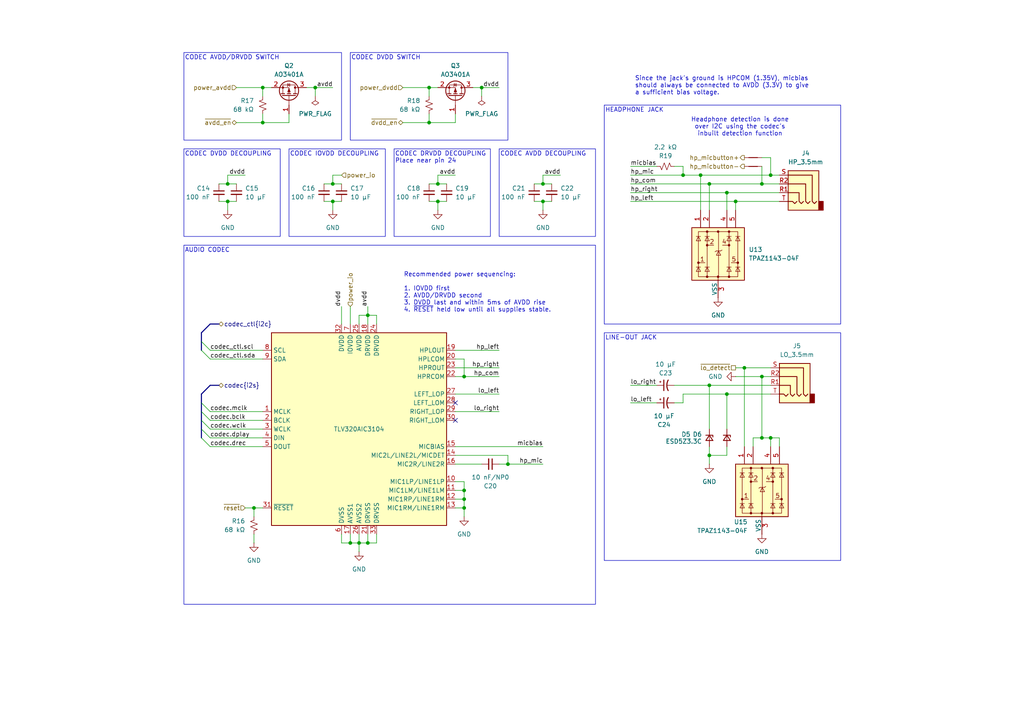
<source format=kicad_sch>
(kicad_sch (version 20250114) (generator "eeschema") (generator_version "9.0")
  (paper "A4")
  (title_block (title "Audio CODEC & 3.5mm jacks") (date "2024-11-14") (rev "Rev2") (comment 1 "Author: Aidan MacDonald"))
  (lib_symbols
    (symbol "Connector_Audio:AudioJack4"
      (property "Reference" "J" (at 0 8.89 0))
      (property "Value" "AudioJack4" (at 0 6.35 0))
      (symbol "AudioJack4_0_1"
        (rectangle (start -6.35 -5.08) (end -7.62 -7.62) (stroke (width 0.254)) (fill (type outline)))
        (polyline (pts (xy -5.715 -5.08) (xy -5.08 -5.715) (xy -4.445 -5.08) (xy -4.445 2.54) (xy 2.54 2.54)) (stroke (width 0.254)))
        (polyline (pts (xy -1.905 -5.08) (xy -1.27 -5.715) (xy -0.635 -5.08) (xy -0.635 -2.54) (xy 2.54 -2.54)) (stroke (width 0.254)))
        (polyline (pts (xy 0 -5.08) (xy 0.635 -5.715) (xy 1.27 -5.08) (xy 2.54 -5.08)) (stroke (width 0.254)))
        (rectangle (start 2.54 3.81) (end -6.35 -7.62) (stroke (width 0.254)) (fill (type background)))
        (polyline (pts (xy 2.54 0) (xy -2.54 0) (xy -2.54 -5.08) (xy -3.175 -5.715) (xy -3.81 -5.08)) (stroke (width 0.254)))
      )
      (symbol "AudioJack4_1_1"
        (pin passive line (at 5.08 2.54 180) (length 2.54) (name "~") (number "S"))
        (pin passive line (at 5.08 0 180) (length 2.54) (name "~") (number "R2"))
        (pin passive line (at 5.08 -2.54 180) (length 2.54) (name "~") (number "R1"))
        (pin passive line (at 5.08 -5.08 180) (length 2.54) (name "~") (number "T"))
      )
    )
    (symbol "Device:C_Polarized_Small_US" (pin_numbers (hide yes)) (pin_names (offset 0.254) (hide yes))
      (property "Reference" "C" (at 0.254 1.778 0))
      (property "Value" "C_Polarized_Small_US" (at 0.254 -2.032 0))
      (symbol "C_Polarized_Small_US_0_1"
        (polyline (pts (xy -1.524 0.508) (xy 1.524 0.508)) (stroke (width 0.3048)))
        (polyline (pts (xy -1.27 1.524) (xy -0.762 1.524)))
        (polyline (pts (xy -1.016 1.27) (xy -1.016 1.778)))
        (arc (start -1.524 -0.762) (mid 0 -0.3734) (end 1.524 -0.762) (stroke (width 0.3048)))
      )
      (symbol "C_Polarized_Small_US_1_1"
        (pin passive line (at 0 2.54 270) (length 2.032) (name "~") (number "1"))
        (pin passive line (at 0 -2.54 90) (length 2.032) (name "~") (number "2"))
      )
    )
    (symbol "Device:C_Small" (pin_numbers (hide yes)) (pin_names (offset 0.254) (hide yes))
      (property "Reference" "C" (at 0.254 1.778 0))
      (property "Value" "C_Small" (at 0.254 -2.032 0))
      (symbol "C_Small_0_1"
        (polyline (pts (xy -1.524 0.508) (xy 1.524 0.508)) (stroke (width 0.3048)))
        (polyline (pts (xy -1.524 -0.508) (xy 1.524 -0.508)) (stroke (width 0.3302)))
      )
      (symbol "C_Small_1_1"
        (pin passive line (at 0 2.54 270) (length 2.032) (name "~") (number "1"))
        (pin passive line (at 0 -2.54 90) (length 2.032) (name "~") (number "2"))
      )
    )
    (symbol "Device:D_Zener_Small" (pin_numbers (hide yes)) (pin_names (offset 0.254) (hide yes))
      (property "Reference" "D" (at 0 2.286 0))
      (property "Value" "D_Zener_Small" (at 0 -2.286 0))
      (symbol "D_Zener_Small_0_1"
        (polyline (pts (xy -0.254 1.016) (xy -0.762 1.016) (xy -0.762 -1.016)) (stroke (width 0.254)))
        (polyline (pts (xy 0.762 1.016) (xy -0.762 0) (xy 0.762 -1.016) (xy 0.762 1.016)) (stroke (width 0.254)))
        (polyline (pts (xy 0.762 0) (xy -0.762 0)))
      )
      (symbol "D_Zener_Small_1_1"
        (pin passive line (at -2.54 0 0) (length 1.778) (name "K") (number "1"))
        (pin passive line (at 2.54 0 180) (length 1.778) (name "A") (number "2"))
      )
    )
    (symbol "Device:NetTie_2" (pin_numbers (hide yes)) (pin_names (offset 0) (hide yes)) (in_bom no)
      (property "Reference" "NT" (at 0 1.27 0))
      (property "Value" "NetTie_2" (at 0 -1.27 0))
      (symbol "NetTie_2_0_1"
        (polyline (pts (xy -1.27 0) (xy 1.27 0)) (stroke (width 0.254)))
      )
      (symbol "NetTie_2_1_1"
        (pin passive line (at -2.54 0 0) (length 2.54) (name "1") (number "1"))
        (pin passive line (at 2.54 0 180) (length 2.54) (name "2") (number "2"))
      )
    )
    (symbol "Device:Q_PMOS_GSD" (pin_names (offset 0) (hide yes))
      (property "Reference" "Q" (at 5.08 1.27 0))
      (property "Value" "Q_PMOS_GSD" (at 5.08 -1.27 0))
      (symbol "Q_PMOS_GSD_0_1"
        (polyline (pts (xy 0.254 1.905) (xy 0.254 -1.905)) (stroke (width 0.254)))
        (polyline (pts (xy 0.254 0) (xy -2.54 0)))
        (polyline (pts (xy 0.762 2.286) (xy 0.762 1.27)) (stroke (width 0.254)))
        (polyline (pts (xy 0.762 1.778) (xy 3.302 1.778) (xy 3.302 -1.778) (xy 0.762 -1.778)))
        (polyline (pts (xy 0.762 0.508) (xy 0.762 -0.508)) (stroke (width 0.254)))
        (polyline (pts (xy 0.762 -1.27) (xy 0.762 -2.286)) (stroke (width 0.254)))
        (circle (center 1.651 0) (radius 2.794) (stroke (width 0.254)))
        (polyline (pts (xy 2.286 0) (xy 1.27 0.381) (xy 1.27 -0.381) (xy 2.286 0)) (fill (type outline)))
        (polyline (pts (xy 2.54 2.54) (xy 2.54 1.778)))
        (circle (center 2.54 1.778) (radius 0.254) (fill (type outline)))
        (circle (center 2.54 -1.778) (radius 0.254) (fill (type outline)))
        (polyline (pts (xy 2.54 -2.54) (xy 2.54 0) (xy 0.762 0)))
        (polyline (pts (xy 2.794 -0.508) (xy 2.921 -0.381) (xy 3.683 -0.381) (xy 3.81 -0.254)))
        (polyline (pts (xy 3.302 -0.381) (xy 2.921 0.254) (xy 3.683 0.254) (xy 3.302 -0.381)))
      )
      (symbol "Q_PMOS_GSD_1_1"
        (pin input line (at -5.08 0 0) (length 2.54) (name "G") (number "1"))
        (pin passive line (at 2.54 5.08 270) (length 2.54) (name "D") (number "3"))
        (pin passive line (at 2.54 -5.08 90) (length 2.54) (name "S") (number "2"))
      )
    )
    (symbol "Device:R_Small_US" (pin_numbers (hide yes)) (pin_names (offset 0.254) (hide yes))
      (property "Reference" "R" (at 0.762 0.508 0))
      (property "Value" "R_Small_US" (at 0.762 -1.016 0))
      (symbol "R_Small_US_1_1"
        (polyline (pts (xy 0 1.524) (xy 1.016 1.143) (xy 0 0.762) (xy -1.016 0.381) (xy 0 0)))
        (polyline (pts (xy 0 0) (xy 1.016 -0.381) (xy 0 -0.762) (xy -1.016 -1.143) (xy 0 -1.524)))
        (pin passive line (at 0 2.54 270) (length 1.016) (name "~") (number "1"))
        (pin passive line (at 0 -2.54 90) (length 1.016) (name "~") (number "2"))
      )
    )
    (symbol "echoplayer:TLV320AIC3104"
      (property "Value" "TLV320AIC3104" (at -7.366 0 0))
      (symbol "TLV320AIC3104_0_1"
        (rectangle (start -25.4 27.94) (end 25.4 -27.94) (stroke (width 0.254)) (fill (type background)))
      )
      (symbol "TLV320AIC3104_1_1"
        (pin bidirectional line (at -27.94 22.86 0) (length 2.54) (name "SCL") (number "8"))
        (pin bidirectional line (at -27.94 20.32 0) (length 2.54) (name "SDA") (number "9"))
        (pin input line (at -27.94 5.08 0) (length 2.54) (name "MCLK") (number "1"))
        (pin bidirectional line (at -27.94 2.54 0) (length 2.54) (name "BCLK") (number "2"))
        (pin bidirectional line (at -27.94 0 0) (length 2.54) (name "WCLK") (number "3"))
        (pin input line (at -27.94 -2.54 0) (length 2.54) (name "DIN") (number "4"))
        (pin output line (at -27.94 -5.08 0) (length 2.54) (name "DOUT") (number "5"))
        (pin input line (at -27.94 -22.86 0) (length 2.54) (name "~{RESET}") (number "31"))
        (pin power_in line (at -5.08 30.48 270) (length 2.54) (name "DVDD") (number "32"))
        (pin power_in line (at -5.08 -30.48 90) (length 2.54) (name "DVSS") (number "6"))
        (pin power_in line (at -2.54 30.48 270) (length 2.54) (name "IOVDD") (number "7"))
        (pin power_in line (at -2.54 -30.48 90) (length 2.54) (name "AVSS1") (number "17"))
        (pin power_in line (at 0 30.48 270) (length 2.54) (name "AVDD") (number "25"))
        (pin power_in line (at 0 -30.48 90) (length 2.54) (name "AVSS2") (number "26"))
        (pin power_in line (at 2.54 30.48 270) (length 2.54) (name "DRVDD") (number "18"))
        (pin power_in line (at 2.54 -30.48 90) (length 2.54) (name "DRVSS") (number "21"))
        (pin power_in line (at 5.08 30.48 270) (length 2.54) (name "DRVDD") (number "24"))
        (pin power_in line (at 5.08 -30.48 90) (length 2.54) (name "DRVSS") (number "33"))
        (pin output line (at 27.94 22.86 180) (length 2.54) (name "HPLOUT") (number "19"))
        (pin bidirectional line (at 27.94 20.32 180) (length 2.54) (name "HPLCOM") (number "20"))
        (pin output line (at 27.94 17.78 180) (length 2.54) (name "HPROUT") (number "23"))
        (pin output line (at 27.94 15.24 180) (length 2.54) (name "HPRCOM") (number "22"))
        (pin output line (at 27.94 10.16 180) (length 2.54) (name "LEFT_LOP") (number "27"))
        (pin output line (at 27.94 7.62 180) (length 2.54) (name "LEFT_LOM") (number "28"))
        (pin output line (at 27.94 5.08 180) (length 2.54) (name "RIGHT_LOP") (number "29"))
        (pin output line (at 27.94 2.54 180) (length 2.54) (name "RIGHT_LOM") (number "30"))
        (pin power_out line (at 27.94 -5.08 180) (length 2.54) (name "MICBIAS") (number "15"))
        (pin input line (at 27.94 -7.62 180) (length 2.54) (name "MIC2L/LINE2L/MICDET") (number "14"))
        (pin input line (at 27.94 -10.16 180) (length 2.54) (name "MIC2R/LINE2R") (number "16"))
        (pin input line (at 27.94 -15.24 180) (length 2.54) (name "MIC1LP/LINE1LP") (number "10"))
        (pin input line (at 27.94 -17.78 180) (length 2.54) (name "MIC1LM/LINE1LM") (number "11"))
        (pin input line (at 27.94 -20.32 180) (length 2.54) (name "MIC1RP/LINE1RM") (number "12"))
        (pin input line (at 27.94 -22.86 180) (length 2.54) (name "MIC1RM/LINE1RM") (number "13"))
      )
    )
    (symbol "echoplayer:TPAZ1143-04F" (pin_names (offset 0))
      (property "Reference" "U" (at -0.635 8.89 0))
      (property "Value" "TPAZ1143-04F" (at 8.89 -10.16 0))
      (symbol "TPAZ1143-04F_0_0"
        (rectangle (start -5.715 6.477) (end 5.715 -6.604))
        (polyline (pts (xy -3.175 -6.604) (xy -3.175 6.477)))
        (polyline (pts (xy 0.127 6.477) (xy 0.127 -6.604)))
        (polyline (pts (xy 3.175 6.477) (xy 3.175 -6.604)))
      )
      (symbol "TPAZ1143-04F_0_1"
        (rectangle (start -7.62 7.62) (end 7.62 -7.62) (stroke (width 0.254)) (fill (type background)))
        (circle (center -5.715 -2.54) (radius 0.2794) (fill (type outline)))
        (polyline (pts (xy -5.715 -2.54) (xy -3.81 -2.54)))
        (polyline (pts (xy -5.08 5.08) (xy -6.35 5.08)))
        (polyline (pts (xy -5.08 3.81) (xy -6.35 3.81) (xy -5.715 5.08) (xy -5.08 3.81)))
        (polyline (pts (xy -5.08 -3.81) (xy -6.35 -3.81)))
        (polyline (pts (xy -5.08 -5.08) (xy -6.35 -5.08) (xy -5.715 -3.81) (xy -5.08 -5.08)))
        (circle (center -3.175 6.477) (radius 0.2794) (fill (type outline)))
        (circle (center -3.175 2.54) (radius 0.2794) (fill (type outline)))
        (polyline (pts (xy -3.175 2.54) (xy -1.27 2.54)))
        (circle (center -3.175 -6.604) (radius 0.2794) (fill (type outline)))
        (polyline (pts (xy -2.54 5.08) (xy -3.81 5.08)))
        (polyline (pts (xy -2.54 3.81) (xy -3.81 3.81) (xy -3.175 5.08) (xy -2.54 3.81)))
        (polyline (pts (xy -2.54 -3.81) (xy -3.81 -3.81)))
        (polyline (pts (xy -2.54 -5.08) (xy -3.81 -5.08) (xy -3.175 -3.81) (xy -2.54 -5.08)))
        (polyline (pts (xy -0.508 0.889) (xy -0.889 0.635)))
        (circle (center 0 6.477) (radius 0.2794) (fill (type outline)))
        (polyline (pts (xy 0 -6.604) (xy 0 -7.62)))
        (circle (center 0 -6.604) (radius 0.2794) (fill (type outline)))
        (polyline (pts (xy 0.762 0.889) (xy -0.508 0.889)))
        (polyline (pts (xy 0.762 0.889) (xy 1.143 1.143)))
        (polyline (pts (xy 0.762 -0.381) (xy -0.508 -0.381) (xy 0.127 0.889) (xy 0.762 -0.381)))
        (circle (center 3.175 6.477) (radius 0.2794) (fill (type outline)))
        (polyline (pts (xy 3.175 2.54) (xy 1.27 2.54)))
        (circle (center 3.175 2.54) (radius 0.2794) (fill (type outline)))
        (circle (center 3.175 -6.604) (radius 0.2794) (fill (type outline)))
        (polyline (pts (xy 3.81 5.08) (xy 2.54 5.08)))
        (polyline (pts (xy 3.81 3.81) (xy 2.54 3.81) (xy 3.175 5.08) (xy 3.81 3.81)))
        (polyline (pts (xy 3.81 -3.81) (xy 2.54 -3.81)))
        (polyline (pts (xy 3.81 -5.08) (xy 2.54 -5.08) (xy 3.175 -3.81) (xy 3.81 -5.08)))
        (polyline (pts (xy 5.715 -2.54) (xy 3.81 -2.54)))
        (circle (center 5.715 -2.54) (radius 0.2794) (fill (type outline)))
        (polyline (pts (xy 6.35 5.08) (xy 5.08 5.08)))
        (polyline (pts (xy 6.35 3.81) (xy 5.08 3.81) (xy 5.715 5.08) (xy 6.35 3.81)))
        (polyline (pts (xy 6.35 -3.81) (xy 5.08 -3.81)))
        (polyline (pts (xy 6.35 -5.08) (xy 5.08 -5.08) (xy 5.715 -3.81) (xy 6.35 -5.08)))
      )
      (symbol "TPAZ1143-04F_1_1"
        (text "1" (at -4.572 -1.524 0) (effects (font (size 1.27 1.27))))
        (text "2" (at -1.778 3.556 0) (effects (font (size 1.27 1.27))))
        (text "4" (at 1.778 3.556 0) (effects (font (size 1.27 1.27))))
        (text "5" (at 4.572 -1.524 0) (effects (font (size 1.27 1.27))))
        (pin passive line (at -5.08 12.7 270) (length 5.08) (name "~") (number "1"))
        (pin passive line (at -2.54 12.7 270) (length 5.08) (name "~") (number "2"))
        (pin free line (at 0 -12.7 90) (length 5.08) (hide yes) (name "NC") (number "10"))
        (pin power_in line (at 0 -12.7 90) (length 5.08) (name "VSS") (number "3"))
        (pin free line (at 0 -12.7 90) (length 5.08) (hide yes) (name "NC") (number "6"))
        (pin free line (at 0 -12.7 90) (length 5.08) (hide yes) (name "NC") (number "7"))
        (pin passive line (at 0 -12.7 90) (length 5.08) (hide yes) (name "VSS") (number "8"))
        (pin free line (at 0 -12.7 90) (length 5.08) (hide yes) (name "NC") (number "9"))
        (pin passive line (at 2.54 12.7 270) (length 5.08) (name "~") (number "4"))
        (pin passive line (at 5.08 12.7 270) (length 5.08) (name "~") (number "5"))
      )
    )
    (symbol "power:GND" (power) (pin_numbers (hide yes)) (pin_names (offset 0) (hide yes))
      (property "Value" "GND" (at 0 -3.81 0))
      (symbol "GND_0_1"
        (polyline (pts (xy 0 0) (xy 0 -1.27) (xy 1.27 -1.27) (xy 0 -2.54) (xy -1.27 -1.27) (xy 0 -1.27)))
      )
      (symbol "GND_1_1"
        (pin power_in line (at 0 0 270) (length 0) (name "~") (number "1"))
      )
    )
    (symbol "power:PWR_FLAG" (power) (pin_numbers (hide yes)) (pin_names (offset 0) (hide yes))
      (property "Value" "PWR_FLAG" (at 0 3.81 0))
      (symbol "PWR_FLAG_0_0"
        (pin power_out line (at 0 0 90) (length 0) (name "~") (number "1"))
      )
      (symbol "PWR_FLAG_0_1"
        (polyline (pts (xy 0 0) (xy 0 1.27) (xy -1.016 1.905) (xy 0 2.54) (xy 1.016 1.905) (xy 0 1.27)))
      )
    )
  )
  (rectangle (start 175.26 30.48) (end 243.84 93.98))
  (rectangle (start 101.6 15.24) (end 147.32 40.64))
  (rectangle (start 175.26 96.52) (end 243.84 162.56))
  (rectangle (start 53.34 71.12) (end 172.72 175.26))
  (rectangle (start 114.3 43.18) (end 142.24 68.58))
  (rectangle (start 144.78 43.18) (end 172.72 68.58))
  (rectangle (start 83.82 43.18) (end 111.76 68.58))
  (rectangle (start 53.34 15.24) (end 99.06 40.64))
  (rectangle (start 53.34 43.18) (end 81.28 68.58))
  (text "HEADPHONE JACK" (at 175.514 31.242 0) (effects (font (size 1.27 1.27)) (justify left top)))
  (text "CODEC AVDD DECOUPLING" (at 145.034 43.942 0) (effects (font (size 1.27 1.27)) (justify left top)))
  (text "CODEC AVDD/DRVDD SWITCH" (at 53.594 16.764 0) (effects (font (size 1.27 1.27)) (justify left)))
  (text "CODEC DRVDD DECOUPLING\nPlace near pin 24" (at 114.554 43.942 0) (effects (font (size 1.27 1.27)) (justify left top)))
  (text "Headphone detection is done\nover I2C using the codec's\ninbuilt detection function" (at 214.63 36.83 0) (effects (font (size 1.27 1.27))))
  (text "CODEC DVDD DECOUPLING" (at 53.594 43.942 0) (effects (font (size 1.27 1.27)) (justify left top)))
  (text "LINE-OUT JACK" (at 175.514 97.282 0) (effects (font (size 1.27 1.27)) (justify left top)))
  (text "CODEC IOVDD DECOUPLING" (at 84.074 43.942 0) (effects (font (size 1.27 1.27)) (justify left top)))
  (text "Since the jack's ground is HPCOM (1.35V), micbias\nshould always be connected to AVDD (3.3V) to give\na sufficient bias voltage." (at 184.15 24.892 0) (effects (font (size 1.27 1.27)) (justify left)))
  (text "AUDIO CODEC" (at 53.594 71.882 0) (effects (font (size 1.27 1.27)) (justify left top)))
  (text "Recommended power sequencing:\n\n1. IOVDD first\n2. AVDD/DRVDD second\n3. DVDD last and within 5ms of AVDD rise\n4. ~{RESET} held low until all supplies stable." (at 117.094 84.836 0) (effects (font (size 1.27 1.27)) (justify left)))
  (text "CODEC DVDD SWITCH" (at 101.854 16.764 0) (effects (font (size 1.27 1.27)) (justify left)))
  (junction (at 157.48 58.42))
  (junction (at 139.7 25.4))
  (junction (at 147.32 134.62))
  (junction (at 210.82 114.3))
  (junction (at 205.74 111.76))
  (junction (at 203.2 50.8))
  (junction (at 76.2 35.56))
  (junction (at 96.52 53.34))
  (junction (at 220.98 127))
  (junction (at 104.14 157.48))
  (junction (at 215.9 106.68))
  (junction (at 66.04 58.42))
  (junction (at 106.68 91.44))
  (junction (at 73.66 147.32))
  (junction (at 134.62 147.32))
  (junction (at 210.82 55.88))
  (junction (at 96.52 58.42))
  (junction (at 223.52 50.8))
  (junction (at 66.04 53.34))
  (junction (at 205.74 132.08))
  (junction (at 124.46 25.4))
  (junction (at 127 53.34))
  (junction (at 76.2 25.4))
  (junction (at 127 58.42))
  (junction (at 134.62 142.24))
  (junction (at 106.68 157.48))
  (junction (at 157.48 53.34))
  (junction (at 213.36 58.42))
  (junction (at 220.98 53.34))
  (junction (at 101.6 157.48))
  (junction (at 220.98 109.22))
  (junction (at 223.52 127))
  (junction (at 91.44 25.4))
  (junction (at 134.62 144.78))
  (junction (at 198.12 50.8))
  (junction (at 124.46 35.56))
  (junction (at 205.74 53.34))
  (junction (at 134.62 109.22))
  (no_connect (at 132.08 116.84))
  (no_connect (at 132.08 121.92))
  (bus_entry (at 58.42 116.84) (size 2.54 2.54))
  (bus_entry (at 58.42 101.6) (size 2.54 2.54))
  (bus_entry (at 58.42 119.38) (size 2.54 2.54))
  (bus_entry (at 58.42 124.46) (size 2.54 2.54))
  (bus_entry (at 58.42 99.06) (size 2.54 2.54))
  (bus_entry (at 58.42 127) (size 2.54 2.54))
  (bus_entry (at 58.42 121.92) (size 2.54 2.54))
  (wire (pts (xy 106.68 154.94) (xy 106.68 157.48)))
  (wire (pts (xy 104.14 91.44) (xy 106.68 91.44)))
  (wire (pts (xy 134.62 149.86) (xy 134.62 147.32)))
  (wire (pts (xy 210.82 55.88) (xy 210.82 60.96)))
  (wire (pts (xy 157.48 58.42) (xy 160.02 58.42)))
  (wire (pts (xy 96.52 50.8) (xy 96.52 53.34)))
  (wire (pts (xy 213.36 106.68) (xy 215.9 106.68)))
  (wire (pts (xy 195.58 116.84) (xy 198.12 116.84)))
  (wire (pts (xy 134.62 144.78) (xy 134.62 147.32)))
  (wire (pts (xy 66.04 60.96) (xy 66.04 58.42)))
  (wire (pts (xy 220.98 109.22) (xy 223.52 109.22)))
  (bus (pts (xy 58.42 116.84) (xy 58.42 119.38)))
  (wire (pts (xy 134.62 104.14) (xy 134.62 109.22)))
  (wire (pts (xy 205.74 111.76) (xy 223.52 111.76)))
  (wire (pts (xy 73.66 147.32) (xy 76.2 147.32)))
  (wire (pts (xy 147.32 134.62) (xy 157.48 134.62)))
  (wire (pts (xy 132.08 129.54) (xy 157.48 129.54)))
  (wire (pts (xy 220.98 109.22) (xy 220.98 127)))
  (wire (pts (xy 223.52 45.72) (xy 223.52 50.8)))
  (bus (pts (xy 58.42 124.46) (xy 58.42 127)))
  (wire (pts (xy 99.06 154.94) (xy 99.06 157.48)))
  (wire (pts (xy 132.08 142.24) (xy 134.62 142.24)))
  (wire (pts (xy 218.44 127) (xy 220.98 127)))
  (wire (pts (xy 71.12 147.32) (xy 73.66 147.32)))
  (wire (pts (xy 213.36 58.42) (xy 213.36 60.96)))
  (wire (pts (xy 223.52 129.54) (xy 223.52 127)))
  (wire (pts (xy 134.62 109.22) (xy 144.78 109.22)))
  (wire (pts (xy 60.96 101.6) (xy 76.2 101.6)))
  (wire (pts (xy 226.06 127) (xy 223.52 127)))
  (wire (pts (xy 76.2 35.56) (xy 68.58 35.56)))
  (wire (pts (xy 127 50.8) (xy 127 53.34)))
  (wire (pts (xy 83.82 33.02) (xy 83.82 35.56)))
  (wire (pts (xy 106.68 88.9) (xy 106.68 91.44)))
  (wire (pts (xy 106.68 91.44) (xy 106.68 93.98)))
  (wire (pts (xy 220.98 53.34) (xy 226.06 53.34)))
  (wire (pts (xy 210.82 114.3) (xy 223.52 114.3)))
  (wire (pts (xy 213.36 109.22) (xy 220.98 109.22)))
  (wire (pts (xy 205.74 53.34) (xy 205.74 60.96)))
  (wire (pts (xy 104.14 154.94) (xy 104.14 157.48)))
  (wire (pts (xy 66.04 53.34) (xy 68.58 53.34)))
  (wire (pts (xy 182.88 55.88) (xy 210.82 55.88)))
  (wire (pts (xy 182.88 58.42) (xy 213.36 58.42)))
  (wire (pts (xy 106.68 91.44) (xy 109.22 91.44)))
  (bus (pts (xy 58.42 99.06) (xy 58.42 101.6)))
  (wire (pts (xy 93.98 58.42) (xy 96.52 58.42)))
  (wire (pts (xy 215.9 106.68) (xy 223.52 106.68)))
  (wire (pts (xy 99.06 88.9) (xy 99.06 93.98)))
  (wire (pts (xy 220.98 48.26) (xy 220.98 53.34)))
  (wire (pts (xy 109.22 157.48) (xy 106.68 157.48)))
  (wire (pts (xy 210.82 132.08) (xy 205.74 132.08)))
  (bus (pts (xy 60.96 93.98) (xy 63.5 93.98)))
  (wire (pts (xy 104.14 157.48) (xy 104.14 160.02)))
  (wire (pts (xy 91.44 25.4) (xy 96.52 25.4)))
  (wire (pts (xy 96.52 58.42) (xy 99.06 58.42)))
  (wire (pts (xy 198.12 50.8) (xy 203.2 50.8)))
  (wire (pts (xy 182.88 53.34) (xy 205.74 53.34)))
  (wire (pts (xy 91.44 25.4) (xy 91.44 27.94)))
  (wire (pts (xy 205.74 111.76) (xy 205.74 124.46)))
  (wire (pts (xy 215.9 106.68) (xy 215.9 129.54)))
  (wire (pts (xy 144.78 134.62) (xy 147.32 134.62)))
  (bus (pts (xy 58.42 114.3) (xy 58.42 116.84)))
  (wire (pts (xy 109.22 91.44) (xy 109.22 93.98)))
  (wire (pts (xy 132.08 109.22) (xy 134.62 109.22)))
  (wire (pts (xy 154.94 58.42) (xy 157.48 58.42)))
  (wire (pts (xy 132.08 119.38) (xy 144.78 119.38)))
  (wire (pts (xy 76.2 33.02) (xy 76.2 35.56)))
  (wire (pts (xy 132.08 114.3) (xy 144.78 114.3)))
  (wire (pts (xy 137.16 25.4) (xy 139.7 25.4)))
  (wire (pts (xy 124.46 35.56) (xy 116.84 35.56)))
  (wire (pts (xy 198.12 116.84) (xy 198.12 114.3)))
  (wire (pts (xy 66.04 50.8) (xy 71.12 50.8)))
  (wire (pts (xy 132.08 144.78) (xy 134.62 144.78)))
  (wire (pts (xy 139.7 25.4) (xy 144.78 25.4)))
  (bus (pts (xy 58.42 119.38) (xy 58.42 121.92)))
  (wire (pts (xy 63.5 53.34) (xy 66.04 53.34)))
  (wire (pts (xy 147.32 132.08) (xy 147.32 134.62)))
  (wire (pts (xy 226.06 129.54) (xy 226.06 127)))
  (wire (pts (xy 73.66 154.94) (xy 73.66 157.48)))
  (wire (pts (xy 101.6 154.94) (xy 101.6 157.48)))
  (bus (pts (xy 58.42 96.52) (xy 60.96 93.98)))
  (wire (pts (xy 132.08 139.7) (xy 134.62 139.7)))
  (wire (pts (xy 104.14 93.98) (xy 104.14 91.44)))
  (wire (pts (xy 154.94 53.34) (xy 157.48 53.34)))
  (wire (pts (xy 220.98 45.72) (xy 223.52 45.72)))
  (wire (pts (xy 195.58 48.26) (xy 198.12 48.26)))
  (wire (pts (xy 68.58 25.4) (xy 76.2 25.4)))
  (wire (pts (xy 213.36 58.42) (xy 226.06 58.42)))
  (wire (pts (xy 205.74 129.54) (xy 205.74 132.08)))
  (wire (pts (xy 127 60.96) (xy 127 58.42)))
  (wire (pts (xy 198.12 114.3) (xy 210.82 114.3)))
  (wire (pts (xy 93.98 53.34) (xy 96.52 53.34)))
  (wire (pts (xy 76.2 25.4) (xy 76.2 27.94)))
  (wire (pts (xy 60.96 124.46) (xy 76.2 124.46)))
  (wire (pts (xy 203.2 50.8) (xy 223.52 50.8)))
  (wire (pts (xy 132.08 35.56) (xy 124.46 35.56)))
  (wire (pts (xy 116.84 25.4) (xy 124.46 25.4)))
  (wire (pts (xy 88.9 25.4) (xy 91.44 25.4)))
  (wire (pts (xy 127 50.8) (xy 132.08 50.8)))
  (wire (pts (xy 132.08 134.62) (xy 139.7 134.62)))
  (wire (pts (xy 106.68 157.48) (xy 104.14 157.48)))
  (wire (pts (xy 210.82 129.54) (xy 210.82 132.08)))
  (wire (pts (xy 96.52 53.34) (xy 99.06 53.34)))
  (wire (pts (xy 60.96 104.14) (xy 76.2 104.14)))
  (wire (pts (xy 60.96 127) (xy 76.2 127)))
  (wire (pts (xy 60.96 129.54) (xy 76.2 129.54)))
  (wire (pts (xy 101.6 88.9) (xy 101.6 93.98)))
  (wire (pts (xy 210.82 114.3) (xy 210.82 124.46)))
  (wire (pts (xy 157.48 50.8) (xy 162.56 50.8)))
  (wire (pts (xy 190.5 48.26) (xy 182.88 48.26)))
  (wire (pts (xy 132.08 33.02) (xy 132.08 35.56)))
  (wire (pts (xy 60.96 119.38) (xy 76.2 119.38)))
  (wire (pts (xy 109.22 154.94) (xy 109.22 157.48)))
  (wire (pts (xy 134.62 139.7) (xy 134.62 142.24)))
  (wire (pts (xy 63.5 58.42) (xy 66.04 58.42)))
  (wire (pts (xy 76.2 25.4) (xy 78.74 25.4)))
  (wire (pts (xy 101.6 157.48) (xy 104.14 157.48)))
  (wire (pts (xy 96.52 50.8) (xy 99.06 50.8)))
  (wire (pts (xy 124.46 33.02) (xy 124.46 35.56)))
  (wire (pts (xy 139.7 25.4) (xy 139.7 27.94)))
  (wire (pts (xy 182.88 111.76) (xy 190.5 111.76)))
  (wire (pts (xy 198.12 48.26) (xy 198.12 50.8)))
  (bus (pts (xy 58.42 121.92) (xy 58.42 124.46)))
  (wire (pts (xy 157.48 53.34) (xy 160.02 53.34)))
  (wire (pts (xy 210.82 55.88) (xy 226.06 55.88)))
  (wire (pts (xy 124.46 25.4) (xy 124.46 27.94)))
  (wire (pts (xy 132.08 104.14) (xy 134.62 104.14)))
  (wire (pts (xy 134.62 147.32) (xy 132.08 147.32)))
  (wire (pts (xy 205.74 132.08) (xy 205.74 134.62)))
  (wire (pts (xy 223.52 50.8) (xy 226.06 50.8)))
  (wire (pts (xy 83.82 35.56) (xy 76.2 35.56)))
  (wire (pts (xy 132.08 101.6) (xy 144.78 101.6)))
  (wire (pts (xy 60.96 121.92) (xy 76.2 121.92)))
  (wire (pts (xy 205.74 53.34) (xy 220.98 53.34)))
  (wire (pts (xy 132.08 132.08) (xy 147.32 132.08)))
  (wire (pts (xy 66.04 58.42) (xy 68.58 58.42)))
  (wire (pts (xy 157.48 50.8) (xy 157.48 53.34)))
  (wire (pts (xy 127 58.42) (xy 129.54 58.42)))
  (wire (pts (xy 203.2 50.8) (xy 203.2 60.96)))
  (bus (pts (xy 58.42 96.52) (xy 58.42 99.06)))
  (wire (pts (xy 124.46 25.4) (xy 127 25.4)))
  (wire (pts (xy 195.58 111.76) (xy 205.74 111.76)))
  (wire (pts (xy 66.04 50.8) (xy 66.04 53.34)))
  (wire (pts (xy 99.06 157.48) (xy 101.6 157.48)))
  (wire (pts (xy 134.62 142.24) (xy 134.62 144.78)))
  (bus (pts (xy 60.96 111.76) (xy 58.42 114.3)))
  (bus (pts (xy 60.96 111.76) (xy 63.5 111.76)))
  (wire (pts (xy 182.88 50.8) (xy 198.12 50.8)))
  (wire (pts (xy 157.48 60.96) (xy 157.48 58.42)))
  (wire (pts (xy 127 53.34) (xy 129.54 53.34)))
  (wire (pts (xy 132.08 106.68) (xy 144.78 106.68)))
  (wire (pts (xy 96.52 60.96) (xy 96.52 58.42)))
  (wire (pts (xy 124.46 58.42) (xy 127 58.42)))
  (wire (pts (xy 220.98 127) (xy 223.52 127)))
  (wire (pts (xy 73.66 147.32) (xy 73.66 149.86)))
  (wire (pts (xy 218.44 129.54) (xy 218.44 127)))
  (wire (pts (xy 124.46 53.34) (xy 127 53.34)))
  (wire (pts (xy 182.88 116.84) (xy 190.5 116.84)))
  (label "lo_right" (at 182.88 111.76 0))
  (label "codec_ctl.scl" (at 60.96 101.6 0))
  (label "codec.dplay" (at 60.96 127 0))
  (label "micbias" (at 157.48 129.54 180))
  (label "hp_mic" (at 182.88 50.8 0))
  (label "avdd" (at 96.52 25.4 180))
  (label "micbias" (at 182.88 48.26 0))
  (label "codec.mclk" (at 60.96 119.38 0))
  (label "hp_mic" (at 157.48 134.62 180))
  (label "hp_left" (at 182.88 58.42 0))
  (label "dvdd" (at 144.78 25.4 180))
  (label "lo_left" (at 144.78 114.3 180))
  (label "codec.drec" (at 60.96 129.54 0))
  (label "hp_right" (at 182.88 55.88 0))
  (label "codec.bclk" (at 60.96 121.92 0))
  (label "codec_ctl.sda" (at 60.96 104.14 0))
  (label "lo_right" (at 144.78 119.38 180))
  (label "hp_com" (at 144.78 109.22 180))
  (label "dvdd" (at 99.06 88.9 90))
  (label "dvdd" (at 71.12 50.8 180))
  (label "avdd" (at 132.08 50.8 180))
  (label "hp_right" (at 144.78 106.68 180))
  (label "codec.wclk" (at 60.96 124.46 0))
  (label "lo_left" (at 182.88 116.84 0))
  (label "avdd" (at 106.68 88.9 90))
  (label "hp_left" (at 144.78 101.6 180))
  (label "hp_com" (at 182.88 53.34 0))
  (label "avdd" (at 162.56 50.8 180))
  (hierarchical_label "~{dvdd_en}" (shape tri_state) (at 116.84 35.56 180))
  (hierarchical_label "codec{i2s}" (shape bidirectional) (at 63.5 111.76 0))
  (hierarchical_label "power_avdd" (shape input) (at 68.58 25.4 180))
  (hierarchical_label "hp_micbutton-" (shape output) (at 215.9 48.26 180))
  (hierarchical_label "codec_ctl{i2c}" (shape bidirectional) (at 63.5 93.98 0))
  (hierarchical_label "~{avdd_en}" (shape tri_state) (at 68.58 35.56 180))
  (hierarchical_label "~{lo_detect}" (shape passive) (at 213.36 106.68 180) (effects (font (thickness 0.1588))))
  (hierarchical_label "power_io" (shape input) (at 99.06 50.8 0))
  (hierarchical_label "power_dvdd" (shape input) (at 116.84 25.4 180))
  (hierarchical_label "~{reset}" (shape input) (at 71.12 147.32 180))
  (hierarchical_label "power_io" (shape input) (at 101.6 88.9 90))
  (hierarchical_label "hp_micbutton+" (shape output) (at 215.9 45.72 180))
  (symbol (lib_id "power:PWR_FLAG") (at 91.44 27.94 180) (unit 1)
    (property "Reference" "#FLG05" (effects (hide yes)))
    (property "Value" "PWR_FLAG" (at 91.44 33.02 0))
    (property "Description" "Special symbol for telling ERC where power comes from" (effects (hide yes)))
  )
  (symbol (lib_id "Device:C_Small") (at 93.98 55.88 0) (mirror y) (unit 1)
    (property "Reference" "C16" (at 91.44 54.6162 0) (effects (justify left)))
    (property "Value" "100 nF" (at 91.44 57.1562 0) (effects (justify left)))
    (property "Footprint" "Capacitor_SMD:C_0402_1005Metric" (effects (hide yes)))
    (property "Description" "Unpolarized capacitor, small symbol" (effects (hide yes)))
  )
  (symbol (lib_id "Device:C_Small") (at 129.54 55.88 0) (unit 1)
    (property "Reference" "C19" (at 132.08 54.6162 0) (effects (justify left)))
    (property "Value" "10 µF" (at 132.08 57.1562 0) (effects (justify left)))
    (property "Footprint" "Capacitor_SMD:C_0603_1608Metric" (effects (hide yes)))
    (property "Description" "Unpolarized capacitor, small symbol" (effects (hide yes)))
  )
  (symbol (lib_id "Device:NetTie_2") (at 218.44 45.72 0) (unit 1) (in_bom no)
    (property "Reference" "NT1" (effects (hide yes)))
    (property "Value" "NetTie_2" (effects (hide yes)))
    (property "Footprint" "echoplayer:NetTie_0.15mm_SMD" (effects (hide yes)))
    (property "Description" "Net tie, 2 pins" (effects (hide yes)))
  )
  (symbol (lib_id "Device:C_Small") (at 68.58 55.88 0) (unit 1)
    (property "Reference" "C15" (at 71.12 54.6162 0) (effects (justify left)))
    (property "Value" "10 µF" (at 71.12 57.1562 0) (effects (justify left)))
    (property "Footprint" "Capacitor_SMD:C_0603_1608Metric" (effects (hide yes)))
    (property "Description" "Unpolarized capacitor, small symbol" (effects (hide yes)))
  )
  (symbol (lib_id "power:GND") (at 220.98 154.94 0) (unit 1)
    (property "Reference" "#PWR081" (effects (hide yes)))
    (property "Value" "GND" (at 220.98 160.02 0))
    (property "Description" "Power symbol creates a global label with name \"GND\" , ground" (effects (hide yes)))
  )
  (symbol (lib_id "Device:Q_PMOS_GSD") (at 132.08 27.94 270) (mirror x) (unit 1)
    (property "Reference" "Q3" (at 132.08 19.05 90))
    (property "Value" "AO3401A" (at 132.08 21.59 90))
    (property "Footprint" "Package_TO_SOT_SMD:SOT-23" (effects (hide yes)))
    (property "Description" "P-MOSFET transistor, gate/source/drain" (effects (hide yes)))
  )
  (symbol (lib_id "power:PWR_FLAG") (at 139.7 27.94 180) (unit 1)
    (property "Reference" "#FLG06" (effects (hide yes)))
    (property "Value" "PWR_FLAG" (at 139.7 33.02 0))
    (property "Description" "Special symbol for telling ERC where power comes from" (effects (hide yes)))
  )
  (symbol (lib_id "Device:C_Small") (at 99.06 55.88 0) (unit 1)
    (property "Reference" "C17" (at 101.6 54.6162 0) (effects (justify left)))
    (property "Value" "10 µF" (at 101.6 57.1562 0) (effects (justify left)))
    (property "Footprint" "Capacitor_SMD:C_0603_1608Metric" (effects (hide yes)))
    (property "Description" "Unpolarized capacitor, small symbol" (effects (hide yes)))
  )
  (symbol (lib_id "Device:NetTie_2") (at 218.44 48.26 0) (unit 1) (in_bom no)
    (property "Reference" "NT2" (effects (hide yes)))
    (property "Value" "NetTie_2" (effects (hide yes)))
    (property "Footprint" "echoplayer:NetTie_0.15mm_SMD" (effects (hide yes)))
    (property "Description" "Net tie, 2 pins" (effects (hide yes)))
  )
  (symbol (lib_id "echoplayer:TLV320AIC3104") (at 104.14 124.46 0) (unit 1)
    (property "Reference" "U6" (effects (hide yes)))
    (property "Value" "TLV320AIC3104" (at 96.774 124.46 0) (effects (justify left)))
    (property "Footprint" "Package_DFN_QFN:Texas_RHB0032E_VQFN-32-1EP_5x5mm_P0.5mm_EP3.45x3.45mm_ThermalVias" (effects (hide yes)))
    (property "Datasheet" "http://www.ti.com/lit/ds/symlink/tlv320aic3104.pdf" (effects (hide yes)))
    (property "Description" "Low-Power Stereo Audio Codec for Portable Audio and Telephony, VQFN-32" (effects (hide yes)))
  )
  (symbol (lib_id "power:GND") (at 205.74 134.62 0) (unit 1)
    (property "Reference" "#PWR080" (effects (hide yes)))
    (property "Value" "GND" (at 205.74 139.7 0))
    (property "Description" "Power symbol creates a global label with name \"GND\" , ground" (effects (hide yes)))
  )
  (symbol (lib_id "power:GND") (at 157.48 60.96 0) (unit 1)
    (property "Reference" "#PWR034" (effects (hide yes)))
    (property "Value" "GND" (at 157.48 66.04 0))
    (property "Description" "Power symbol creates a global label with name \"GND\" , ground" (effects (hide yes)))
  )
  (symbol (lib_id "Device:C_Small") (at 142.24 134.62 270) (mirror x) (unit 1)
    (property "Reference" "C20" (at 142.2336 140.97 90))
    (property "Value" "10 nF/NP0" (at 142.2336 138.43 90) (effects (font (thickness 0.1588))))
    (property "Footprint" "Capacitor_SMD:C_0603_1608Metric" (effects (hide yes)))
    (property "Description" "Unpolarized capacitor, small symbol" (effects (hide yes)))
  )
  (symbol (lib_id "echoplayer:TPAZ1143-04F") (at 208.28 73.66 0) (unit 1)
    (property "Reference" "U13" (at 217.17 72.3899 0) (effects (justify left)))
    (property "Value" "TPAZ1143-04F" (at 217.17 74.9299 0) (effects (justify left)))
    (property "Footprint" "echoplayer:TECHPUBLIC_UDFN-10_1.0x2.5mm_P0.5mm" (effects (hide yes)))
    (property "Datasheet" "https://lcsc.com/datasheet/lcsc_datasheet_2411121100_TECH-PUBLIC-TPAZ1143-04F_C2827668.pdf" (effects (hide yes)))
    (property "Description" "4-Channel Low Capacitance TVS Diode Array, DFN-10" (effects (hide yes)))
  )
  (symbol (lib_id "Device:C_Polarized_Small_US") (at 193.04 111.76 90) (mirror x) (unit 1)
    (property "Reference" "C23" (at 193.04 108.204 90))
    (property "Value" "10 µF" (at 193.04 105.664 90))
    (property "Footprint" "Capacitor_SMD:CP_Elec_4x5.4" (effects (hide yes)))
    (property "Description" "Polarized capacitor, small US symbol" (effects (hide yes)))
  )
  (symbol (lib_id "Connector_Audio:AudioJack4") (at 231.14 53.34 0) (mirror y) (unit 1)
    (property "Reference" "J4" (at 233.68 44.45 0))
    (property "Value" "HP_3.5mm" (at 233.68 46.99 0))
    (property "Footprint" "echoplayer:Jack_3.5mm_HCTL_HC-PJ-320A-4P-D" (effects (hide yes)))
    (property "Datasheet" "https://www.lcsc.com/datasheet/lcsc_datasheet_2303141000_HCTL-HC-PJ-320A-4P-D_C5372851.pdf" (effects (hide yes)))
    (property "Description" "Audio Jack, 4 Poles (TRRS)" (effects (hide yes)))
  )
  (symbol (lib_id "Device:C_Small") (at 154.94 55.88 0) (mirror y) (unit 1)
    (property "Reference" "C21" (at 152.4 54.6162 0) (effects (justify left)))
    (property "Value" "100 nF" (at 152.4 57.1562 0) (effects (justify left)))
    (property "Footprint" "Capacitor_SMD:C_0402_1005Metric" (effects (hide yes)))
    (property "Description" "Unpolarized capacitor, small symbol" (effects (hide yes)))
  )
  (symbol (lib_id "echoplayer:TPAZ1143-04F") (at 220.98 142.24 0) (unit 1)
    (property "Reference" "U15" (at 212.852 151.384 0) (effects (justify left)))
    (property "Value" "TPAZ1143-04F" (at 202.184 153.9241 0) (effects (justify left)))
    (property "Footprint" "echoplayer:TECHPUBLIC_UDFN-10_1.0x2.5mm_P0.5mm" (effects (hide yes)))
    (property "Datasheet" "https://lcsc.com/datasheet/lcsc_datasheet_2411121100_TECH-PUBLIC-TPAZ1143-04F_C2827668.pdf" (effects (hide yes)))
    (property "Description" "4-Channel Low Capacitance TVS Diode Array, DFN-10" (effects (hide yes)))
  )
  (symbol (lib_id "power:GND") (at 213.36 109.22 270) (unit 1)
    (property "Reference" "#PWR036" (effects (hide yes)))
    (property "Value" "GND" (at 209.55 109.2199 90) (effects (justify right)))
    (property "Description" "Power symbol creates a global label with name \"GND\" , ground" (effects (hide yes)))
  )
  (symbol (lib_id "Device:C_Small") (at 63.5 55.88 0) (mirror y) (unit 1)
    (property "Reference" "C14" (at 60.96 54.6162 0) (effects (justify left)))
    (property "Value" "100 nF" (at 60.96 57.1562 0) (effects (justify left)))
    (property "Footprint" "Capacitor_SMD:C_0402_1005Metric" (effects (hide yes)))
    (property "Description" "Unpolarized capacitor, small symbol" (effects (hide yes)))
  )
  (symbol (lib_id "Device:R_Small_US") (at 124.46 30.48 0) (mirror y) (unit 1)
    (property "Reference" "R18" (at 121.92 29.2099 0) (effects (justify left)))
    (property "Value" "68 kΩ" (at 121.92 31.7499 0) (effects (justify left)))
    (property "Footprint" "Resistor_SMD:R_0402_1005Metric" (effects (hide yes)))
    (property "Description" "Resistor, small US symbol" (effects (hide yes)))
  )
  (symbol (lib_id "Device:C_Polarized_Small_US") (at 193.04 116.84 90) (mirror x) (unit 1)
    (property "Reference" "C24" (at 192.6082 123.19 90))
    (property "Value" "10 µF" (at 192.6082 120.65 90))
    (property "Footprint" "Capacitor_SMD:CP_Elec_4x5.4" (effects (hide yes)))
    (property "Description" "Polarized capacitor, small US symbol" (effects (hide yes)))
  )
  (symbol (lib_id "Device:R_Small_US") (at 76.2 30.48 0) (mirror y) (unit 1)
    (property "Reference" "R17" (at 73.66 29.2099 0) (effects (justify left)))
    (property "Value" "68 kΩ" (at 73.66 31.7499 0) (effects (justify left)))
    (property "Footprint" "Resistor_SMD:R_0402_1005Metric" (effects (hide yes)))
    (property "Description" "Resistor, small US symbol" (effects (hide yes)))
  )
  (symbol (lib_id "power:GND") (at 208.28 86.36 0) (unit 1)
    (property "Reference" "#PWR078" (effects (hide yes)))
    (property "Value" "GND" (at 208.28 91.44 0))
    (property "Description" "Power symbol creates a global label with name \"GND\" , ground" (effects (hide yes)))
  )
  (symbol (lib_id "Connector_Audio:AudioJack4") (at 228.6 109.22 0) (mirror y) (unit 1)
    (property "Reference" "J5" (at 231.14 100.33 0))
    (property "Value" "LO_3.5mm" (at 231.14 102.87 0))
    (property "Footprint" "echoplayer:Jack_3.5mm_HCTL_HC-PJ-320A-4P-D" (effects (hide yes)))
    (property "Datasheet" "https://www.lcsc.com/datasheet/lcsc_datasheet_2303141000_HCTL-HC-PJ-320A-4P-D_C5372851.pdf" (effects (hide yes)))
    (property "Description" "Audio Jack, 4 Poles (TRRS)" (effects (hide yes)))
  )
  (symbol (lib_id "Device:D_Zener_Small") (at 205.74 127 270) (unit 1)
    (property "Reference" "D5" (at 197.612 125.984 90) (effects (justify left)))
    (property "Value" "ESD5Z3.3C" (at 193.04 128.0161 90) (effects (justify left)))
    (property "Footprint" "Diode_SMD:D_SOD-523" (effects (hide yes)))
    (property "Datasheet" "https://lcsc.com/datasheet/lcsc_datasheet_2410121715_HXY-MOSFET-ESD5Z3-3C-HXY_C4748788.pdf" (effects (hide yes)))
    (property "Description" "ESD protection diode" (effects (hide yes)))
  )
  (symbol (lib_id "Device:C_Small") (at 160.02 55.88 0) (unit 1)
    (property "Reference" "C22" (at 162.56 54.6162 0) (effects (justify left)))
    (property "Value" "10 µF" (at 162.56 57.1562 0) (effects (justify left)))
    (property "Footprint" "Capacitor_SMD:C_0603_1608Metric" (effects (hide yes)))
    (property "Description" "Unpolarized capacitor, small symbol" (effects (hide yes)))
  )
  (symbol (lib_id "Device:R_Small_US") (at 193.04 48.26 90) (mirror x) (unit 1)
    (property "Reference" "R19" (at 193.04 45.212 90))
    (property "Value" "2.2 kΩ" (at 193.04 42.672 90))
    (property "Footprint" "Resistor_SMD:R_0402_1005Metric" (effects (hide yes)))
    (property "Description" "Resistor, small US symbol" (effects (hide yes)))
  )
  (symbol (lib_id "Device:C_Small") (at 124.46 55.88 0) (mirror y) (unit 1)
    (property "Reference" "C18" (at 121.92 54.6162 0) (effects (justify left)))
    (property "Value" "100 nF" (at 121.92 57.1562 0) (effects (justify left)))
    (property "Footprint" "Capacitor_SMD:C_0402_1005Metric" (effects (hide yes)))
    (property "Description" "Unpolarized capacitor, small symbol" (effects (hide yes)))
  )
  (symbol (lib_id "power:GND") (at 73.66 157.48 0) (unit 1)
    (property "Reference" "#PWR029" (effects (hide yes)))
    (property "Value" "GND" (at 73.66 162.56 0))
    (property "Description" "Power symbol creates a global label with name \"GND\" , ground" (effects (hide yes)))
  )
  (symbol (lib_id "Device:Q_PMOS_GSD") (at 83.82 27.94 270) (mirror x) (unit 1)
    (property "Reference" "Q2" (at 83.82 19.05 90))
    (property "Value" "AO3401A" (at 83.82 21.59 90))
    (property "Footprint" "Package_TO_SOT_SMD:SOT-23" (effects (hide yes)))
    (property "Description" "P-MOSFET transistor, gate/source/drain" (effects (hide yes)))
  )
  (symbol (lib_id "power:GND") (at 134.62 149.86 0) (unit 1)
    (property "Reference" "#PWR033" (effects (hide yes)))
    (property "Value" "GND" (at 134.62 154.94 0))
    (property "Description" "Power symbol creates a global label with name \"GND\" , ground" (effects (hide yes)))
  )
  (symbol (lib_id "Device:D_Zener_Small") (at 210.82 127 270) (unit 1)
    (property "Reference" "D6" (at 200.914 125.984 90) (effects (justify left)))
    (property "Value" "ESD5Z3.3C" (effects (hide yes)))
    (property "Footprint" "Diode_SMD:D_SOD-523" (effects (hide yes)))
    (property "Datasheet" "https://lcsc.com/datasheet/lcsc_datasheet_2410121715_HXY-MOSFET-ESD5Z3-3C-HXY_C4748788.pdf" (effects (hide yes)))
    (property "Description" "ESD protection diode" (effects (hide yes)))
  )
  (symbol (lib_id "Device:R_Small_US") (at 73.66 152.4 0) (mirror y) (unit 1)
    (property "Reference" "R16" (at 71.12 151.1299 0) (effects (justify left)))
    (property "Value" "68 kΩ" (at 71.12 153.6699 0) (effects (justify left)))
    (property "Footprint" "Resistor_SMD:R_0402_1005Metric" (effects (hide yes)))
    (property "Description" "Resistor, small US symbol" (effects (hide yes)))
  )
  (symbol (lib_id "power:GND") (at 104.14 160.02 0) (unit 1)
    (property "Reference" "#PWR031" (effects (hide yes)))
    (property "Value" "GND" (at 104.14 165.1 0))
    (property "Description" "Power symbol creates a global label with name \"GND\" , ground" (effects (hide yes)))
  )
  (symbol (lib_id "power:GND") (at 127 60.96 0) (unit 1)
    (property "Reference" "#PWR032" (effects (hide yes)))
    (property "Value" "GND" (at 127 66.04 0))
    (property "Description" "Power symbol creates a global label with name \"GND\" , ground" (effects (hide yes)))
  )
  (symbol (lib_id "power:GND") (at 66.04 60.96 0) (unit 1)
    (property "Reference" "#PWR028" (effects (hide yes)))
    (property "Value" "GND" (at 66.04 66.04 0))
    (property "Description" "Power symbol creates a global label with name \"GND\" , ground" (effects (hide yes)))
  )
  (symbol (lib_id "power:GND") (at 96.52 60.96 0) (unit 1)
    (property "Reference" "#PWR030" (effects (hide yes)))
    (property "Value" "GND" (at 96.52 66.04 0))
    (property "Description" "Power symbol creates a global label with name \"GND\" , ground" (effects (hide yes)))
  )
)
</source>
